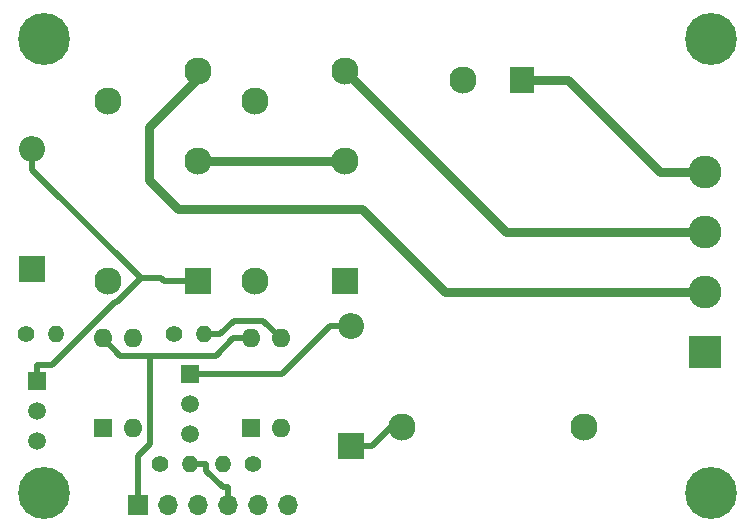
<source format=gbr>
%TF.GenerationSoftware,KiCad,Pcbnew,5.1.9+dfsg1-1*%
%TF.CreationDate,2022-04-02T16:18:38-07:00*%
%TF.ProjectId,Openhasp-Relays,4f70656e-6861-4737-902d-52656c617973,rev?*%
%TF.SameCoordinates,Original*%
%TF.FileFunction,Copper,L1,Top*%
%TF.FilePolarity,Positive*%
%FSLAX46Y46*%
G04 Gerber Fmt 4.6, Leading zero omitted, Abs format (unit mm)*
G04 Created by KiCad (PCBNEW 5.1.9+dfsg1-1) date 2022-04-02 16:18:38*
%MOMM*%
%LPD*%
G01*
G04 APERTURE LIST*
%TA.AperFunction,ComponentPad*%
%ADD10R,1.500000X1.500000*%
%TD*%
%TA.AperFunction,ComponentPad*%
%ADD11C,1.500000*%
%TD*%
%TA.AperFunction,ComponentPad*%
%ADD12O,1.400000X1.400000*%
%TD*%
%TA.AperFunction,ComponentPad*%
%ADD13C,1.400000*%
%TD*%
%TA.AperFunction,ComponentPad*%
%ADD14O,2.200000X2.200000*%
%TD*%
%TA.AperFunction,ComponentPad*%
%ADD15R,2.200000X2.200000*%
%TD*%
%TA.AperFunction,ComponentPad*%
%ADD16O,1.700000X1.700000*%
%TD*%
%TA.AperFunction,ComponentPad*%
%ADD17R,1.700000X1.700000*%
%TD*%
%TA.AperFunction,ComponentPad*%
%ADD18C,0.700000*%
%TD*%
%TA.AperFunction,ComponentPad*%
%ADD19C,4.400000*%
%TD*%
%TA.AperFunction,ComponentPad*%
%ADD20O,1.600000X1.600000*%
%TD*%
%TA.AperFunction,ComponentPad*%
%ADD21R,1.600000X1.600000*%
%TD*%
%TA.AperFunction,ComponentPad*%
%ADD22C,2.780000*%
%TD*%
%TA.AperFunction,ComponentPad*%
%ADD23R,2.780000X2.780000*%
%TD*%
%TA.AperFunction,ComponentPad*%
%ADD24C,2.300000*%
%TD*%
%TA.AperFunction,ComponentPad*%
%ADD25R,2.000000X2.300000*%
%TD*%
%TA.AperFunction,ComponentPad*%
%ADD26R,2.300000X2.300000*%
%TD*%
%TA.AperFunction,Conductor*%
%ADD27C,0.800000*%
%TD*%
%TA.AperFunction,Conductor*%
%ADD28C,0.508000*%
%TD*%
G04 APERTURE END LIST*
D10*
%TO.P,Q2,1*%
%TO.N,Net-(D2-Pad2)*%
X111900000Y-116400000D03*
D11*
%TO.P,Q2,3*%
%TO.N,GND*%
X111900000Y-121480000D03*
%TO.P,Q2,2*%
%TO.N,Net-(Q2-Pad2)*%
X111900000Y-118940000D03*
%TD*%
D10*
%TO.P,Q1,1*%
%TO.N,Net-(D1-Pad2)*%
X98950000Y-117000000D03*
D11*
%TO.P,Q1,3*%
%TO.N,GND*%
X98950000Y-122080000D03*
%TO.P,Q1,2*%
%TO.N,Net-(Q1-Pad2)*%
X98950000Y-119540000D03*
%TD*%
D12*
%TO.P,R4,2*%
%TO.N,Net-(R4-Pad2)*%
X113040000Y-113050000D03*
D13*
%TO.P,R4,1*%
%TO.N,Net-(Q2-Pad2)*%
X110500000Y-113050000D03*
%TD*%
D12*
%TO.P,R3,2*%
%TO.N,Net-(R3-Pad2)*%
X100540000Y-113000000D03*
D13*
%TO.P,R3,1*%
%TO.N,Net-(Q1-Pad2)*%
X98000000Y-113000000D03*
%TD*%
D12*
%TO.P,R2,2*%
%TO.N,Net-(J2-Pad3)*%
X114660000Y-124000000D03*
D13*
%TO.P,R2,1*%
%TO.N,Net-(R2-Pad1)*%
X117200000Y-124000000D03*
%TD*%
D12*
%TO.P,R1,2*%
%TO.N,Net-(J2-Pad4)*%
X111890000Y-124050000D03*
D13*
%TO.P,R1,1*%
%TO.N,Net-(R1-Pad1)*%
X109350000Y-124050000D03*
%TD*%
D14*
%TO.P,D2,2*%
%TO.N,Net-(D2-Pad2)*%
X125500000Y-112340000D03*
D15*
%TO.P,D2,1*%
%TO.N,VPP*%
X125500000Y-122500000D03*
%TD*%
D14*
%TO.P,D1,2*%
%TO.N,Net-(D1-Pad2)*%
X98500000Y-97340000D03*
D15*
%TO.P,D1,1*%
%TO.N,VPP*%
X98500000Y-107500000D03*
%TD*%
D16*
%TO.P,J2,6*%
%TO.N,N/C*%
X120200000Y-127500000D03*
%TO.P,J2,5*%
X117660000Y-127500000D03*
%TO.P,J2,4*%
%TO.N,Net-(J2-Pad4)*%
X115120000Y-127500000D03*
%TO.P,J2,3*%
%TO.N,Net-(J2-Pad3)*%
X112580000Y-127500000D03*
%TO.P,J2,2*%
%TO.N,GND*%
X110040000Y-127500000D03*
D17*
%TO.P,J2,1*%
%TO.N,VPP*%
X107500000Y-127500000D03*
%TD*%
D18*
%TO.P,H4,1*%
%TO.N,N/C*%
X100666726Y-86833274D03*
X99500000Y-86350000D03*
X98333274Y-86833274D03*
X97850000Y-88000000D03*
X98333274Y-89166726D03*
X99500000Y-89650000D03*
X100666726Y-89166726D03*
X101150000Y-88000000D03*
D19*
X99500000Y-88000000D03*
%TD*%
D18*
%TO.P,H3,1*%
%TO.N,N/C*%
X157166726Y-86833274D03*
X156000000Y-86350000D03*
X154833274Y-86833274D03*
X154350000Y-88000000D03*
X154833274Y-89166726D03*
X156000000Y-89650000D03*
X157166726Y-89166726D03*
X157650000Y-88000000D03*
D19*
X156000000Y-88000000D03*
%TD*%
D18*
%TO.P,H2,1*%
%TO.N,N/C*%
X100666726Y-125333274D03*
X99500000Y-124850000D03*
X98333274Y-125333274D03*
X97850000Y-126500000D03*
X98333274Y-127666726D03*
X99500000Y-128150000D03*
X100666726Y-127666726D03*
X101150000Y-126500000D03*
D19*
X99500000Y-126500000D03*
%TD*%
D18*
%TO.P,H1,1*%
%TO.N,N/C*%
X157166726Y-125333274D03*
X156000000Y-124850000D03*
X154833274Y-125333274D03*
X154350000Y-126500000D03*
X154833274Y-127666726D03*
X156000000Y-128150000D03*
X157166726Y-127666726D03*
X157650000Y-126500000D03*
D19*
X156000000Y-126500000D03*
%TD*%
D20*
%TO.P,U2,4*%
%TO.N,VPP*%
X117000000Y-113380000D03*
%TO.P,U2,2*%
%TO.N,GND*%
X119540000Y-121000000D03*
%TO.P,U2,3*%
%TO.N,Net-(R4-Pad2)*%
X119540000Y-113380000D03*
D21*
%TO.P,U2,1*%
%TO.N,Net-(R2-Pad1)*%
X117000000Y-121000000D03*
%TD*%
D20*
%TO.P,U1,4*%
%TO.N,VPP*%
X104500000Y-113380000D03*
%TO.P,U1,2*%
%TO.N,GND*%
X107040000Y-121000000D03*
%TO.P,U1,3*%
%TO.N,Net-(R3-Pad2)*%
X107040000Y-113380000D03*
D21*
%TO.P,U1,1*%
%TO.N,Net-(R1-Pad1)*%
X104500000Y-121000000D03*
%TD*%
D22*
%TO.P,J1,4*%
%TO.N,Net-(J1-Pad4)*%
X155500000Y-99260000D03*
%TO.P,J1,3*%
%TO.N,Net-(J1-Pad3)*%
X155500000Y-104340000D03*
%TO.P,J1,2*%
%TO.N,Net-(J1-Pad2)*%
X155500000Y-109420000D03*
D23*
%TO.P,J1,1*%
%TO.N,Net-(J1-Pad1)*%
X155500000Y-114500000D03*
%TD*%
D24*
%TO.P,PS1,4*%
%TO.N,VPP*%
X129800000Y-120900000D03*
%TO.P,PS1,2*%
%TO.N,Net-(J1-Pad1)*%
X135000000Y-91500000D03*
D25*
%TO.P,PS1,1*%
%TO.N,Net-(J1-Pad4)*%
X140000000Y-91500000D03*
D24*
%TO.P,PS1,3*%
%TO.N,GND*%
X145200000Y-120900000D03*
%TD*%
%TO.P,K2,5*%
%TO.N,VPP*%
X117380000Y-108500000D03*
%TO.P,K2,4*%
%TO.N,N/C*%
X117380000Y-93260000D03*
%TO.P,K2,3*%
%TO.N,Net-(J1-Pad3)*%
X125000000Y-90720000D03*
%TO.P,K2,2*%
%TO.N,Net-(J1-Pad1)*%
X125000000Y-98340000D03*
D26*
%TO.P,K2,1*%
%TO.N,Net-(D2-Pad2)*%
X125000000Y-108500000D03*
%TD*%
D24*
%TO.P,K1,5*%
%TO.N,VPP*%
X104880000Y-108500000D03*
%TO.P,K1,4*%
%TO.N,N/C*%
X104880000Y-93260000D03*
%TO.P,K1,3*%
%TO.N,Net-(J1-Pad2)*%
X112500000Y-90720000D03*
%TO.P,K1,2*%
%TO.N,Net-(J1-Pad1)*%
X112500000Y-98340000D03*
D26*
%TO.P,K1,1*%
%TO.N,Net-(D1-Pad2)*%
X112500000Y-108500000D03*
%TD*%
D27*
%TO.N,Net-(J1-Pad4)*%
X140000000Y-91500000D02*
X143900300Y-91500000D01*
X143900300Y-91500000D02*
X151660300Y-99260000D01*
X151660300Y-99260000D02*
X155500000Y-99260000D01*
%TO.N,Net-(J1-Pad3)*%
X155500000Y-104340000D02*
X138620000Y-104340000D01*
X138620000Y-104340000D02*
X125000000Y-90720000D01*
%TO.N,Net-(J1-Pad2)*%
X112500000Y-90720000D02*
X112500000Y-91368200D01*
X112500000Y-91368200D02*
X108403000Y-95465200D01*
X108403000Y-95465200D02*
X108403000Y-99982100D01*
X108403000Y-99982100D02*
X110811300Y-102390400D01*
X110811300Y-102390400D02*
X126414500Y-102390400D01*
X126414500Y-102390400D02*
X133444100Y-109420000D01*
X133444100Y-109420000D02*
X155500000Y-109420000D01*
%TO.N,Net-(J1-Pad1)*%
X112500000Y-98340000D02*
X125000000Y-98340000D01*
D28*
%TO.N,Net-(J2-Pad4)*%
X111890000Y-124050000D02*
X113244300Y-124050000D01*
X115120000Y-127500000D02*
X115120000Y-125995700D01*
X115120000Y-125995700D02*
X114628900Y-125995700D01*
X114628900Y-125995700D02*
X113244300Y-124611100D01*
X113244300Y-124611100D02*
X113244300Y-124050000D01*
%TO.N,VPP*%
X108497500Y-114847800D02*
X114077900Y-114847800D01*
X114077900Y-114847800D02*
X115545700Y-113380000D01*
X104500000Y-113380000D02*
X105967800Y-114847800D01*
X105967800Y-114847800D02*
X108497500Y-114847800D01*
X108497500Y-114847800D02*
X108497500Y-122311300D01*
X108497500Y-122311300D02*
X107500000Y-123308800D01*
X107500000Y-123308800D02*
X107500000Y-127500000D01*
X117000000Y-113380000D02*
X115545700Y-113380000D01*
X125500000Y-122500000D02*
X127254300Y-122500000D01*
X129800000Y-120900000D02*
X128854300Y-120900000D01*
X128854300Y-120900000D02*
X127254300Y-122500000D01*
%TO.N,Net-(R4-Pad2)*%
X113040000Y-113050000D02*
X114394300Y-113050000D01*
X119540000Y-113380000D02*
X118055600Y-111895600D01*
X118055600Y-111895600D02*
X115548700Y-111895600D01*
X115548700Y-111895600D02*
X114394300Y-113050000D01*
%TO.N,Net-(D1-Pad2)*%
X107712500Y-108306700D02*
X105714900Y-110304300D01*
X105714900Y-110304300D02*
X105503100Y-110304300D01*
X105503100Y-110304300D02*
X100211700Y-115595700D01*
X100211700Y-115595700D02*
X98950000Y-115595700D01*
X110695700Y-108500000D02*
X109639700Y-108500000D01*
X109639700Y-108500000D02*
X109446400Y-108306700D01*
X109446400Y-108306700D02*
X107712500Y-108306700D01*
X98500000Y-99094300D02*
X107712500Y-108306700D01*
X98500000Y-97340000D02*
X98500000Y-99094300D01*
X98950000Y-117000000D02*
X98950000Y-115595700D01*
X112500000Y-108500000D02*
X110695700Y-108500000D01*
%TO.N,Net-(D2-Pad2)*%
X125500000Y-112340000D02*
X123745700Y-112340000D01*
X123745700Y-112340000D02*
X119685700Y-116400000D01*
X119685700Y-116400000D02*
X111900000Y-116400000D01*
%TD*%
M02*

</source>
